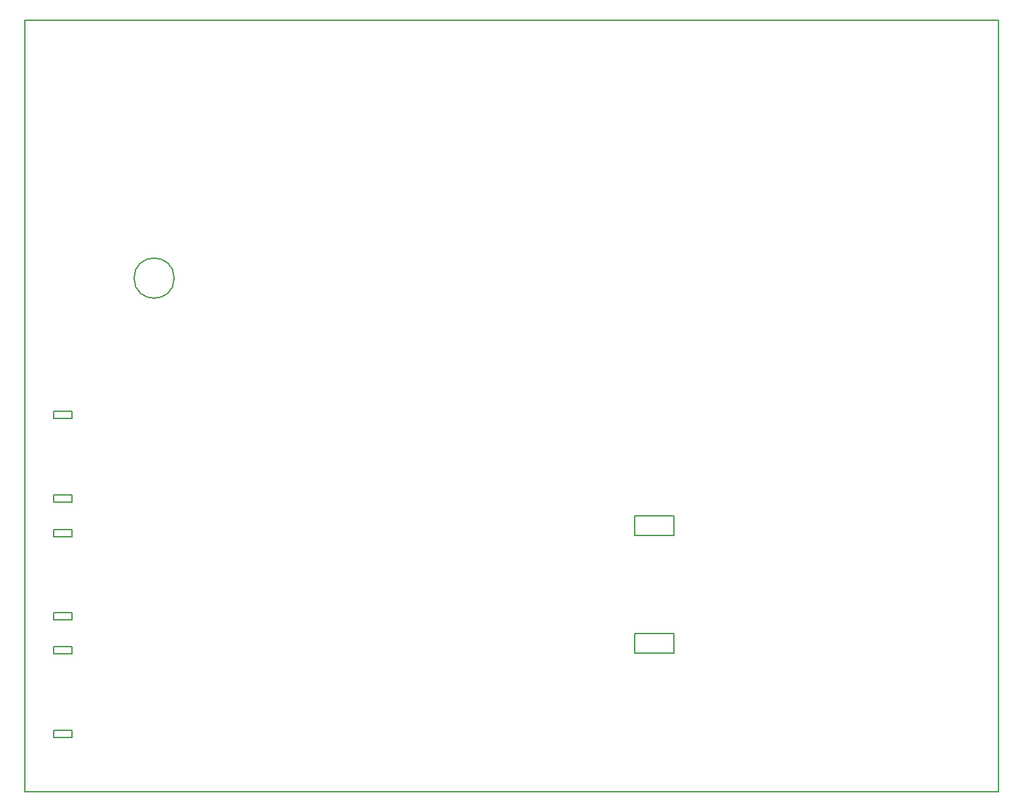
<source format=gbr>
G04 #@! TF.GenerationSoftware,KiCad,Pcbnew,5.0.2-bee76a0~70~ubuntu18.04.1*
G04 #@! TF.CreationDate,2020-03-06T11:48:55-03:00*
G04 #@! TF.ProjectId,lm35racks,6c6d3335-7261-4636-9b73-2e6b69636164,v0.3*
G04 #@! TF.SameCoordinates,Original*
G04 #@! TF.FileFunction,Profile,NP*
%FSLAX46Y46*%
G04 Gerber Fmt 4.6, Leading zero omitted, Abs format (unit mm)*
G04 Created by KiCad (PCBNEW 5.0.2-bee76a0~70~ubuntu18.04.1) date sex 06 mar 2020 11:48:55 -03*
%MOMM*%
%LPD*%
G01*
G04 APERTURE LIST*
%ADD10C,0.200000*%
%ADD11C,0.150000*%
G04 APERTURE END LIST*
D10*
X63170000Y-76660000D02*
X63170000Y-77610000D01*
X65570000Y-77610000D02*
X65570000Y-76660000D01*
X65570000Y-76660000D02*
X63170000Y-76660000D01*
X63170000Y-77610000D02*
X65570000Y-77610000D01*
X65620000Y-88410000D02*
X65620000Y-87460000D01*
X63220000Y-87460000D02*
X63220000Y-88410000D01*
X63220000Y-88410000D02*
X65620000Y-88410000D01*
X65620000Y-87460000D02*
X63220000Y-87460000D01*
X78806247Y-59420000D02*
G75*
G03X78806247Y-59420000I-2596247J0D01*
G01*
X65620000Y-102690000D02*
X63220000Y-102690000D01*
X63220000Y-103640000D02*
X65620000Y-103640000D01*
X63220000Y-102690000D02*
X63220000Y-103640000D01*
X65620000Y-103640000D02*
X65620000Y-102690000D01*
X65620000Y-117940000D02*
X63220000Y-117940000D01*
X63220000Y-118890000D02*
X65620000Y-118890000D01*
X63220000Y-117940000D02*
X63220000Y-118890000D01*
X65620000Y-118890000D02*
X65620000Y-117940000D01*
X65620000Y-91940000D02*
X63220000Y-91940000D01*
X63220000Y-92890000D02*
X65620000Y-92890000D01*
X63220000Y-91940000D02*
X63220000Y-92890000D01*
X65620000Y-92890000D02*
X65620000Y-91940000D01*
X63170000Y-108090000D02*
X65570000Y-108090000D01*
X65570000Y-107140000D02*
X63170000Y-107140000D01*
X65570000Y-108090000D02*
X65570000Y-107140000D01*
X63170000Y-107140000D02*
X63170000Y-108090000D01*
X143510000Y-105410000D02*
X138430000Y-105410000D01*
X143510000Y-107950000D02*
X143510000Y-105410000D01*
X138430000Y-107950000D02*
X143510000Y-107950000D01*
X138430000Y-105410000D02*
X138430000Y-107950000D01*
X143510000Y-90170000D02*
X138430000Y-90170000D01*
X143510000Y-92710000D02*
X143510000Y-90170000D01*
X138430000Y-92710000D02*
X143510000Y-92710000D01*
X138430000Y-90170000D02*
X138430000Y-92710000D01*
X185500000Y-26000000D02*
X185500000Y-125950000D01*
D11*
X59507240Y-25990840D02*
X185507240Y-25990840D01*
X59497240Y-125970840D02*
X59497240Y-25970840D01*
X185500000Y-125970840D02*
X59497240Y-125970840D01*
M02*

</source>
